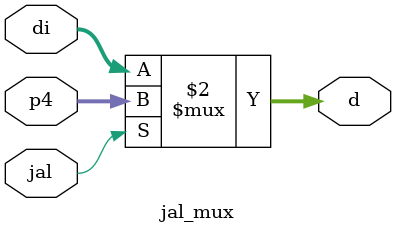
<source format=v>
`timescale 1ns / 1ps


module jal_mux(jal, p4, di, d);
    input jal;
    input [31:0] p4;
    input [31:0] di;
    output [31:0] d;

    assign d = (jal == 1) ? p4:di;

endmodule

</source>
